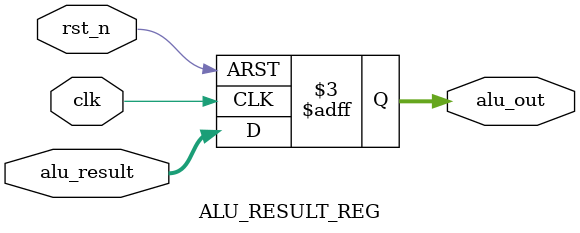
<source format=v>
`timescale 1ns / 1ps
module ALU(
    input signed [31:0] alu_a,
    input signed [31:0] alu_b,
    input [3:0] alu_op,
    output reg [31:0] alu_out,
	output ALU_ZERO,
	output ALU_POSITIVE
    );
parameter A_NOP = 4'b1111; //空运�� 
parameter A_ADD = 4'b0010; //符号��
parameter A_SUB = 4'b0110; //符号��
parameter A_AND = 4'b0000; //��
parameter A_OR  = 4'b0001; //��
parameter A_SETIFLESS = 4'b0111; //小于则置��
parameter A_NOR = 4'b1100; //或非

assign ALU_ZERO = & alu_out;
assign ALU_POSITIVE = (~alu_out[31]) && (| alu_out);
always@(*)
begin
    case(alu_op)
	 A_NOP:
	 begin
	     alu_out <= alu_a;
	 end
	 A_ADD:
	 begin
	     alu_out <= alu_a + alu_b;
	 end
	 A_SUB:
	 begin
	     alu_out <= alu_a - alu_b;
	 end
	 A_AND:
	 begin
	     alu_out <= alu_a & alu_b;
	 end
	 A_OR:
	 begin
	     alu_out <= alu_a | alu_b;
	 end
	 A_SETIFLESS:
	 begin
	     alu_out <= (alu_a < alu_b);
    end
	 A_NOR:
	 begin
	     alu_out <= ~(alu_a | alu_b);
	 end
	 endcase
end
endmodule

module SEXT(
	input	[15:0]      Immed,
	output	[31:0]      sext_Immed
);
assign sext_Immed = {{16{Immed[15]}},Immed};
endmodule

module ALU_RESULT_REG(
	input		clk,
	input		rst_n,
	input		[31:0]	alu_result,
	output	reg	[31:0]	alu_out
);
always@(posedge clk or negedge rst_n)
begin
	if(~rst_n)
	alu_out <= 0;
	else
	alu_out <= alu_result;
end

endmodule
</source>
